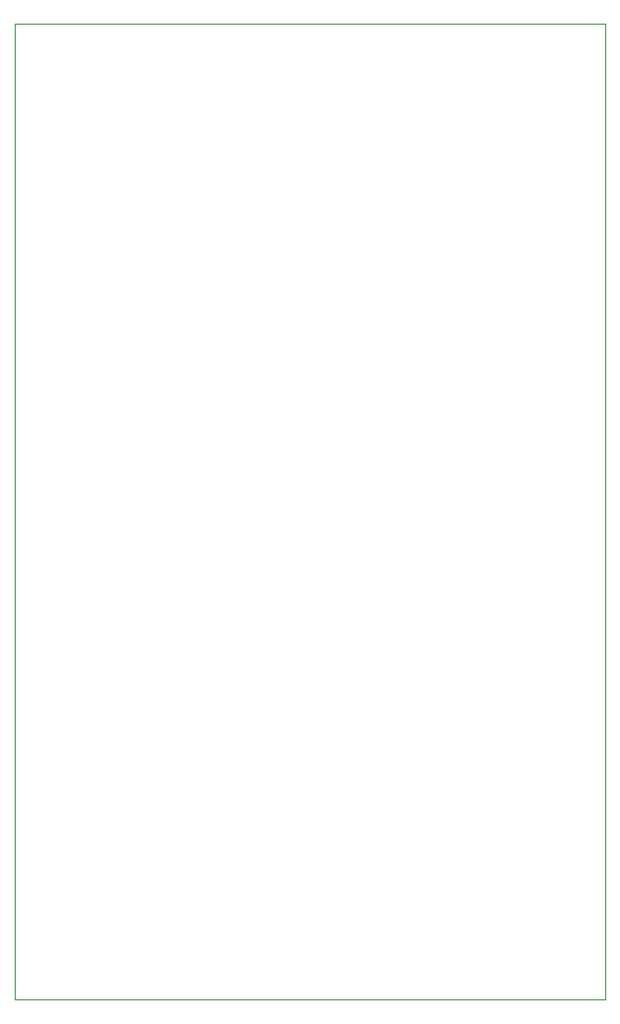
<source format=gtp>
G75*
%MOIN*%
%OFA0B0*%
%FSLAX25Y25*%
%IPPOS*%
%LPD*%
%AMOC8*
5,1,8,0,0,1.08239X$1,22.5*
%
%ADD10C,0.00000*%
D10*
X0001000Y0001000D02*
X0201000Y0001000D01*
X0201000Y0331000D01*
X0001000Y0331000D01*
X0001000Y0001000D01*
M02*

</source>
